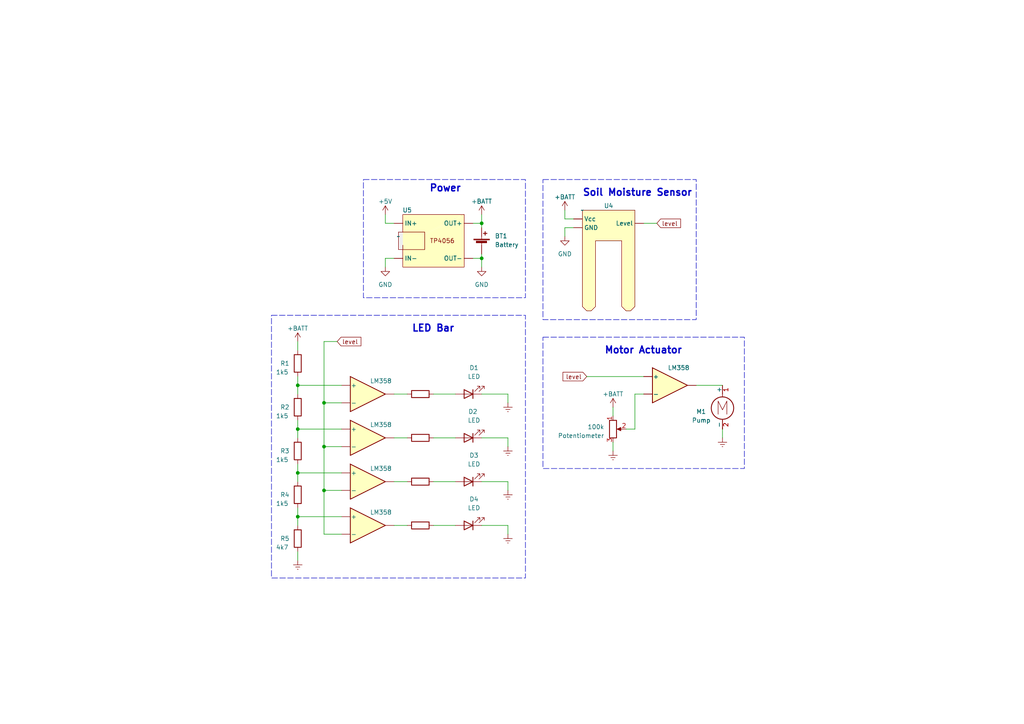
<source format=kicad_sch>
(kicad_sch (version 20230121) (generator eeschema)
  (paper "A4")
  (title_block (title "Auto Garden") (date "2023-06-12") (rev "v0.1") (company "Electronics class - UFCG") (comment 1 "by Jefferson Lopes, Matheus Muller, Moises"))
  (lib_symbols
    (symbol "Amplifier_Operational:LM358" (pin_numbers hide) (pin_names (offset 0.127))
      (property "Reference" "U" (at 0 5.08 0))
      (property "Value" "LM358" (at 0 -5.08 0))
      (symbol "LM358_1_1"
        (polyline (pts (xy -5.08 5.08) (xy 5.08 0) (xy -5.08 -5.08) (xy -5.08 5.08)) (stroke (width 0.254)) (fill (type background)))
        (pin output line (at 7.62 0 180) (length 2.54) (name "~") (number "1"))
        (pin input line (at -7.62 -2.54 0) (length 2.54) (name "-") (number "2"))
        (pin input line (at -7.62 2.54 0) (length 2.54) (name "+") (number "3"))
      )
      (symbol "LM358_2_1"
        (polyline (pts (xy -5.08 5.08) (xy 5.08 0) (xy -5.08 -5.08) (xy -5.08 5.08)) (stroke (width 0.254)) (fill (type background)))
        (pin input line (at -7.62 2.54 0) (length 2.54) (name "+") (number "5"))
        (pin input line (at -7.62 -2.54 0) (length 2.54) (name "-") (number "6"))
        (pin output line (at 7.62 0 180) (length 2.54) (name "~") (number "7"))
      )
      (symbol "LM358_3_1"
        (pin power_in line (at -2.54 -7.62 90) (length 3.81) (name "V-") (number "4"))
        (pin power_in line (at -2.54 7.62 270) (length 3.81) (name "V+") (number "8"))
      )
    )
    (symbol "Device:Battery_Cell" (pin_numbers hide) (pin_names (offset 0) hide)
      (property "Reference" "BT" (at 2.54 2.54 0))
      (property "Value" "Battery_Cell" (at 2.54 0 0))
      (symbol "Battery_Cell_0_1"
        (rectangle (start -2.286 1.778) (end 2.286 1.524) (fill (type outline)))
        (rectangle (start -1.5748 1.1938) (end 1.4732 0.6858) (fill (type outline)))
        (polyline (pts (xy 0 0.762) (xy 0 0)))
        (polyline (pts (xy 0 1.778) (xy 0 2.54)))
        (polyline (pts (xy 0.508 3.429) (xy 1.524 3.429)) (stroke (width 0.254)))
        (polyline (pts (xy 1.016 3.937) (xy 1.016 2.921)) (stroke (width 0.254)))
      )
      (symbol "Battery_Cell_1_1"
        (pin passive line (at 0 5.08 270) (length 2.54) (name "+") (number "1"))
        (pin passive line (at 0 -2.54 90) (length 2.54) (name "-") (number "2"))
      )
    )
    (symbol "Device:LED" (pin_numbers hide) (pin_names (offset 1.016) hide)
      (property "Reference" "D" (at 0 2.54 0))
      (property "Value" "LED" (at 0 -2.54 0))
      (symbol "LED_0_1"
        (polyline (pts (xy -1.27 -1.27) (xy -1.27 1.27)) (stroke (width 0.254)))
        (polyline (pts (xy -1.27 0) (xy 1.27 0)))
        (polyline (pts (xy 1.27 -1.27) (xy 1.27 1.27) (xy -1.27 0) (xy 1.27 -1.27)) (stroke (width 0.254)))
        (polyline (pts (xy -3.048 -0.762) (xy -4.572 -2.286) (xy -3.81 -2.286) (xy -4.572 -2.286) (xy -4.572 -1.524)))
        (polyline (pts (xy -1.778 -0.762) (xy -3.302 -2.286) (xy -2.54 -2.286) (xy -3.302 -2.286) (xy -3.302 -1.524)))
      )
      (symbol "LED_1_1"
        (pin passive line (at -3.81 0 0) (length 2.54) (name "K") (number "1"))
        (pin passive line (at 3.81 0 180) (length 2.54) (name "A") (number "2"))
      )
    )
    (symbol "Device:R" (pin_numbers hide) (pin_names (offset 0))
      (property "Reference" "R" (at 2.032 0 90))
      (property "Value" "R" (at 0 0 90))
      (symbol "R_0_1"
        (rectangle (start -1.016 -2.54) (end 1.016 2.54) (stroke (width 0.254)))
      )
      (symbol "R_1_1"
        (pin passive line (at 0 3.81 270) (length 1.27) (name "~") (number "1"))
        (pin passive line (at 0 -3.81 90) (length 1.27) (name "~") (number "2"))
      )
    )
    (symbol "Device:R_Potentiometer" (pin_names (offset 1.016) hide)
      (property "Reference" "RV" (at -4.445 0 90))
      (property "Value" "R_Potentiometer" (at -2.54 0 90))
      (symbol "R_Potentiometer_0_1"
        (polyline (pts (xy 2.54 0) (xy 1.524 0)))
        (polyline (pts (xy 1.143 0) (xy 2.286 0.508) (xy 2.286 -0.508) (xy 1.143 0)) (fill (type outline)))
        (rectangle (start 1.016 2.54) (end -1.016 -2.54) (stroke (width 0.254)))
      )
      (symbol "R_Potentiometer_1_1"
        (pin passive line (at 0 3.81 270) (length 1.27) (name "1") (number "1"))
        (pin passive line (at 3.81 0 180) (length 1.27) (name "2") (number "2"))
        (pin passive line (at 0 -3.81 90) (length 1.27) (name "3") (number "3"))
      )
    )
    (symbol "LM358_1" (pin_numbers hide) (pin_names (offset 0.127))
      (property "Reference" "U" (at 0 5.08 0))
      (property "Value" "LM358" (at 0 -5.08 0))
      (symbol "LM358_1_1_1"
        (polyline (pts (xy -5.08 5.08) (xy 5.08 0) (xy -5.08 -5.08) (xy -5.08 5.08)) (stroke (width 0.254)) (fill (type background)))
        (pin output line (at 7.62 0 180) (length 2.54) (name "~") (number "1"))
        (pin input line (at -7.62 -2.54 0) (length 2.54) (name "-") (number "2"))
        (pin input line (at -7.62 2.54 0) (length 2.54) (name "+") (number "3"))
      )
      (symbol "LM358_1_2_1"
        (polyline (pts (xy -5.08 5.08) (xy 5.08 0) (xy -5.08 -5.08) (xy -5.08 5.08)) (stroke (width 0.254)) (fill (type background)))
        (pin input line (at -7.62 2.54 0) (length 2.54) (name "+") (number "5"))
        (pin input line (at -7.62 -2.54 0) (length 2.54) (name "-") (number "6"))
        (pin output line (at 7.62 0 180) (length 2.54) (name "~") (number "7"))
      )
      (symbol "LM358_1_3_1"
        (pin power_in line (at -2.54 -7.62 90) (length 3.81) (name "V-") (number "4"))
        (pin power_in line (at -2.54 7.62 270) (length 3.81) (name "V+") (number "8"))
      )
    )
    (symbol "LM358_2" (pin_numbers hide) (pin_names (offset 0.127))
      (property "Reference" "U" (at 0 5.08 0))
      (property "Value" "LM358" (at 0 -5.08 0))
      (symbol "LM358_2_1_1"
        (polyline (pts (xy -5.08 5.08) (xy 5.08 0) (xy -5.08 -5.08) (xy -5.08 5.08)) (stroke (width 0.254)) (fill (type background)))
        (pin output line (at 7.62 0 180) (length 2.54) (name "~") (number "1"))
        (pin input line (at -7.62 -2.54 0) (length 2.54) (name "-") (number "2"))
        (pin input line (at -7.62 2.54 0) (length 2.54) (name "+") (number "3"))
      )
      (symbol "LM358_2_2_1"
        (polyline (pts (xy -5.08 5.08) (xy 5.08 0) (xy -5.08 -5.08) (xy -5.08 5.08)) (stroke (width 0.254)) (fill (type background)))
        (pin input line (at -7.62 2.54 0) (length 2.54) (name "+") (number "5"))
        (pin input line (at -7.62 -2.54 0) (length 2.54) (name "-") (number "6"))
        (pin output line (at 7.62 0 180) (length 2.54) (name "~") (number "7"))
      )
      (symbol "LM358_2_3_1"
        (pin power_in line (at -2.54 -7.62 90) (length 3.81) (name "V-") (number "4"))
        (pin power_in line (at -2.54 7.62 270) (length 3.81) (name "V+") (number "8"))
      )
    )
    (symbol "LM358_3" (pin_numbers hide) (pin_names (offset 0.127))
      (property "Reference" "U" (at 0 5.08 0))
      (property "Value" "LM358" (at 0 -5.08 0))
      (symbol "LM358_3_1_1"
        (polyline (pts (xy -5.08 5.08) (xy 5.08 0) (xy -5.08 -5.08) (xy -5.08 5.08)) (stroke (width 0.254)) (fill (type background)))
        (pin output line (at 7.62 0 180) (length 2.54) (name "~") (number "1"))
        (pin input line (at -7.62 -2.54 0) (length 2.54) (name "-") (number "2"))
        (pin input line (at -7.62 2.54 0) (length 2.54) (name "+") (number "3"))
      )
      (symbol "LM358_3_2_1"
        (polyline (pts (xy -5.08 5.08) (xy 5.08 0) (xy -5.08 -5.08) (xy -5.08 5.08)) (stroke (width 0.254)) (fill (type background)))
        (pin input line (at -7.62 2.54 0) (length 2.54) (name "+") (number "5"))
        (pin input line (at -7.62 -2.54 0) (length 2.54) (name "-") (number "6"))
        (pin output line (at 7.62 0 180) (length 2.54) (name "~") (number "7"))
      )
      (symbol "LM358_3_3_1"
        (pin power_in line (at -2.54 -7.62 90) (length 3.81) (name "V-") (number "4"))
        (pin power_in line (at -2.54 7.62 270) (length 3.81) (name "V+") (number "8"))
      )
    )
    (symbol "LM358_4" (pin_numbers hide) (pin_names (offset 0.127))
      (property "Reference" "U" (at 0 5.08 0))
      (property "Value" "LM358" (at 0 -5.08 0))
      (symbol "LM358_4_1_1"
        (polyline (pts (xy -5.08 5.08) (xy 5.08 0) (xy -5.08 -5.08) (xy -5.08 5.08)) (stroke (width 0.254)) (fill (type background)))
        (pin output line (at 7.62 0 180) (length 2.54) (name "~") (number "1"))
        (pin input line (at -7.62 -2.54 0) (length 2.54) (name "-") (number "2"))
        (pin input line (at -7.62 2.54 0) (length 2.54) (name "+") (number "3"))
      )
      (symbol "LM358_4_2_1"
        (polyline (pts (xy -5.08 5.08) (xy 5.08 0) (xy -5.08 -5.08) (xy -5.08 5.08)) (stroke (width 0.254)) (fill (type background)))
        (pin input line (at -7.62 2.54 0) (length 2.54) (name "+") (number "5"))
        (pin input line (at -7.62 -2.54 0) (length 2.54) (name "-") (number "6"))
        (pin output line (at 7.62 0 180) (length 2.54) (name "~") (number "7"))
      )
      (symbol "LM358_4_3_1"
        (pin power_in line (at -2.54 -7.62 90) (length 3.81) (name "V-") (number "4"))
        (pin power_in line (at -2.54 7.62 270) (length 3.81) (name "V+") (number "8"))
      )
    )
    (symbol "Motor:Motor_DC" (pin_names (offset 0))
      (property "Reference" "M" (at 2.54 2.54 0))
      (property "Value" "Motor_DC" (at 2.54 -5.08 0))
      (symbol "Motor_DC_0_0"
        (polyline (pts (xy -1.27 -3.302) (xy -1.27 0.508) (xy 0 -2.032) (xy 1.27 0.508) (xy 1.27 -3.302)))
      )
      (symbol "Motor_DC_0_1"
        (circle (center 0 -1.524) (radius 3.2512) (stroke (width 0.254)))
        (polyline (pts (xy 0 -7.62) (xy 0 -7.112)))
        (polyline (pts (xy 0 -4.7752) (xy 0 -5.1816)))
        (polyline (pts (xy 0 1.7272) (xy 0 2.0828)))
        (polyline (pts (xy 0 2.032) (xy 0 2.54)))
      )
      (symbol "Motor_DC_1_1"
        (pin passive line (at 0 5.08 270) (length 2.54) (name "+") (number "1"))
        (pin passive line (at 0 -7.62 90) (length 2.54) (name "-") (number "2"))
      )
    )
    (symbol "power:+5V" (power) (pin_names (offset 0))
      (property "Value" "+5V" (at 0 3.556 0))
      (symbol "+5V_0_1"
        (polyline (pts (xy -0.762 1.27) (xy 0 2.54)))
        (polyline (pts (xy 0 0) (xy 0 2.54)))
        (polyline (pts (xy 0 2.54) (xy 0.762 1.27)))
      )
      (symbol "+5V_1_1"
        (pin power_in line (at 0 0 90) (length 0) hide (name "+5V") (number "1"))
      )
    )
    (symbol "power:+BATT" (power) (pin_names (offset 0))
      (property "Value" "+BATT" (at 0 3.556 0))
      (symbol "+BATT_0_1"
        (polyline (pts (xy -0.762 1.27) (xy 0 2.54)))
        (polyline (pts (xy 0 0) (xy 0 2.54)))
        (polyline (pts (xy 0 2.54) (xy 0.762 1.27)))
      )
      (symbol "+BATT_1_1"
        (pin power_in line (at 0 0 90) (length 0) hide (name "+BATT") (number "1"))
      )
    )
    (symbol "power:Earth" (power) (pin_names (offset 0))
      (symbol "Earth_0_1"
        (polyline (pts (xy -0.635 -1.905) (xy 0.635 -1.905)))
        (polyline (pts (xy -0.127 -2.54) (xy 0.127 -2.54)))
        (polyline (pts (xy 0 -1.27) (xy 0 0)))
        (polyline (pts (xy 1.27 -1.27) (xy -1.27 -1.27)))
      )
      (symbol "Earth_1_1"
        (pin power_in line (at 0 0 270) (length 0) hide (name "Earth") (number "1"))
      )
    )
    (symbol "power:GND" (power) (pin_names (offset 0))
      (property "Value" "GND" (at 0 -3.81 0))
      (symbol "GND_0_1"
        (polyline (pts (xy 0 0) (xy 0 -1.27) (xy 1.27 -1.27) (xy 0 -2.54) (xy -1.27 -1.27) (xy 0 -1.27)))
      )
      (symbol "GND_1_1"
        (pin power_in line (at 0 0 270) (length 0) hide (name "GND") (number "1"))
      )
    )
    (symbol "power_charger:TP4056"
      (property "Reference" "U" (at -6.35 8.89 0))
      (symbol "TP4056_1_1"
        (rectangle (start -10.16 2.54) (end -2.54 -2.54) (fill (type color) (color 239 239 239 1)))
        (polyline (pts (xy -8.89 -1.27) (xy -8.89 7.62) (xy 8.89 7.62)) (stroke (width -0.0001)) (fill (type background)))
        (polyline (pts (xy -8.89 2.54) (xy -8.89 7.62) (xy 8.89 7.62)))
        (polyline (pts (xy -8.89 -1.27) (xy -8.89 -7.62) (xy 8.89 -7.62) (xy 8.89 7.62)) (fill (type background)))
        (text "TP4056" (at 2.54 0 0) (effects (font (size 1.27 1.27))))
        (pin power_in line (at -11.43 5.08 0) (length 2.54) (name "IN+") (number ""))
        (pin power_in line (at -11.43 -5.08 0) (length 2.54) (name "IN-") (number ""))
        (pin power_out line (at 11.43 5.08 180) (length 2.54) (name "OUT+") (number ""))
        (pin power_out line (at 11.43 -5.08 180) (length 2.54) (name "OUT-") (number ""))
      )
    )
    (symbol "soil_moisture:sensor"
      (property "Reference" "U" (at 0 0 0))
      (symbol "sensor_1_1"
        (polyline (pts (xy 0 0) (xy 0 -27.94) (xy 1.27 -29.21) (xy 2.54 -29.21) (xy 3.81 -27.94) (xy 3.81 -8.89) (xy 11.43 -8.89) (xy 11.43 -27.94) (xy 12.7 -29.21) (xy 13.97 -29.21) (xy 15.24 -27.94) (xy 15.24 0) (xy 0 0)) (fill (type background)))
        (pin power_in line (at -2.54 -5.08 0) (length 2.54) (name "GND") (number ""))
        (pin output line (at 17.78 -3.81 180) (length 2.54) (name "Level") (number ""))
        (pin power_in line (at -2.54 -2.54 0) (length 2.54) (name "Vcc") (number ""))
      )
    )
  )
  (junction (at 93.98 129.54))
  (junction (at 86.36 111.76))
  (junction (at 93.98 142.24))
  (junction (at 86.36 149.86))
  (junction (at 139.7 64.77))
  (junction (at 139.7 74.93))
  (junction (at 86.36 124.46))
  (junction (at 86.36 137.16))
  (junction (at 93.98 116.84))
  (wire (pts (xy 93.98 129.54) (xy 93.98 142.24)))
  (wire (pts (xy 99.06 137.16) (xy 86.36 137.16)))
  (wire (pts (xy 209.55 124.46) (xy 209.55 127)))
  (wire (pts (xy 111.76 64.77) (xy 114.3 64.77)))
  (wire (pts (xy 177.8 128.27) (xy 177.8 130.81)))
  (wire (pts (xy 86.36 111.76) (xy 99.06 111.76)))
  (wire (pts (xy 139.7 74.93) (xy 137.16 74.93)))
  (wire (pts (xy 86.36 160.02) (xy 86.36 162.56)))
  (wire (pts (xy 114.3 114.3) (xy 118.11 114.3)))
  (wire (pts (xy 163.83 60.96) (xy 163.83 63.5)))
  (wire (pts (xy 114.3 127) (xy 118.11 127)))
  (wire (pts (xy 163.83 68.58) (xy 163.83 66.04)))
  (wire (pts (xy 93.98 129.54) (xy 99.06 129.54)))
  (wire (pts (xy 125.73 127) (xy 132.08 127)))
  (wire (pts (xy 86.36 121.92) (xy 86.36 124.46)))
  (wire (pts (xy 86.36 137.16) (xy 86.36 139.7)))
  (wire (pts (xy 147.32 152.4) (xy 147.32 154.94)))
  (wire (pts (xy 147.32 116.84) (xy 147.32 114.3)))
  (wire (pts (xy 147.32 114.3) (xy 139.7 114.3)))
  (wire (pts (xy 93.98 116.84) (xy 99.06 116.84)))
  (wire (pts (xy 86.36 147.32) (xy 86.36 149.86)))
  (wire (pts (xy 147.32 139.7) (xy 139.7 139.7)))
  (wire (pts (xy 86.36 124.46) (xy 86.36 127)))
  (wire (pts (xy 186.69 64.77) (xy 190.5 64.77)))
  (wire (pts (xy 181.61 124.46) (xy 184.15 124.46)))
  (wire (pts (xy 139.7 64.77) (xy 139.7 66.04)))
  (wire (pts (xy 86.36 109.22) (xy 86.36 111.76)))
  (wire (pts (xy 163.83 63.5) (xy 166.37 63.5)))
  (wire (pts (xy 125.73 152.4) (xy 132.08 152.4)))
  (wire (pts (xy 114.3 152.4) (xy 118.11 152.4)))
  (wire (pts (xy 111.76 77.47) (xy 111.76 74.93)))
  (wire (pts (xy 139.7 74.93) (xy 139.7 77.47)))
  (wire (pts (xy 111.76 74.93) (xy 114.3 74.93)))
  (wire (pts (xy 139.7 73.66) (xy 139.7 74.93)))
  (wire (pts (xy 114.3 139.7) (xy 118.11 139.7)))
  (wire (pts (xy 86.36 124.46) (xy 99.06 124.46)))
  (wire (pts (xy 111.76 62.23) (xy 111.76 64.77)))
  (wire (pts (xy 93.98 142.24) (xy 93.98 154.94)))
  (wire (pts (xy 93.98 142.24) (xy 99.06 142.24)))
  (wire (pts (xy 170.18 109.22) (xy 186.69 109.22)))
  (wire (pts (xy 201.93 111.76) (xy 209.55 111.76)))
  (wire (pts (xy 147.32 129.54) (xy 147.32 127)))
  (wire (pts (xy 93.98 99.06) (xy 97.79 99.06)))
  (wire (pts (xy 86.36 149.86) (xy 99.06 149.86)))
  (wire (pts (xy 93.98 99.06) (xy 93.98 116.84)))
  (wire (pts (xy 147.32 127) (xy 139.7 127)))
  (wire (pts (xy 184.15 124.46) (xy 184.15 114.3)))
  (wire (pts (xy 137.16 64.77) (xy 139.7 64.77)))
  (wire (pts (xy 93.98 116.84) (xy 93.98 129.54)))
  (wire (pts (xy 86.36 134.62) (xy 86.36 137.16)))
  (wire (pts (xy 177.8 118.11) (xy 177.8 120.65)))
  (wire (pts (xy 139.7 62.23) (xy 139.7 64.77)))
  (wire (pts (xy 139.7 152.4) (xy 147.32 152.4)))
  (wire (pts (xy 99.06 154.94) (xy 93.98 154.94)))
  (wire (pts (xy 163.83 66.04) (xy 166.37 66.04)))
  (wire (pts (xy 186.69 114.3) (xy 184.15 114.3)))
  (wire (pts (xy 147.32 142.24) (xy 147.32 139.7)))
  (wire (pts (xy 86.36 149.86) (xy 86.36 152.4)))
  (wire (pts (xy 86.36 111.76) (xy 86.36 114.3)))
  (wire (pts (xy 86.36 99.06) (xy 86.36 101.6)))
  (wire (pts (xy 125.73 139.7) (xy 132.08 139.7)))
  (wire (pts (xy 125.73 114.3) (xy 132.08 114.3)))
  (rectangle (start 157.48 52.07) (end 201.93 92.71) (stroke (width 0) (type dash)))
  (rectangle (start 157.48 97.79) (end 215.9 135.89) (stroke (width 0) (type dash)))
  (rectangle (start 78.74 91.44) (end 152.4 167.64) (stroke (width 0) (type dash)))
  (rectangle (start 105.41 52.07) (end 152.4 86.36) (stroke (width 0) (type dash)))
  (text "Power" (at 124.46 55.88 0) (effects (font (size 2 2) (thickness 0.4) bold) (justify left bottom)))
  (text "LED Bar" (at 119.38 96.52 0) (effects (font (size 2 2) (thickness 0.4) bold) (justify left bottom)))
  (text "Motor Actuator" (at 175.26 102.87 0) (effects (font (size 2 2) (thickness 0.4) bold) (justify left bottom)))
  (text "Soil Moisture Sensor" (at 168.91 57.15 0) (effects (font (size 2 2) (thickness 0.4) bold) (justify left bottom)))
  (global_label "level" (shape input) (at 190.5 64.77 0) (property "Intersheetrefs" "${INTERSHEET_REFS}" (effects hide)))
  (global_label "level" (shape input) (at 170.18 109.22 180) (property "Intersheetrefs" "${INTERSHEET_REFS}" (effects hide)))
  (global_label "level" (shape input) (at 97.79 99.06 0) (property "Intersheetrefs" "${INTERSHEET_REFS}" (effects hide)))
  (symbol (lib_id "Device:R") (at 86.36 156.21 0) (unit 1)
    (property "Reference" "R5" (at 81.28 156.21 0) (effects (justify left)))
    (property "Value" "4k7" (at 80.01 158.75 0) (effects (justify left)))
  )
  (symbol (lib_id "Amplifier_Operational:LM358") (at 106.68 152.4 0) (unit 2)
    (property "Reference" "U3" (effects hide))
    (property "Value" "LM358" (at 110.49 148.59 0))
    (property "Datasheet" "http://www.ti.com/lit/ds/symlink/lm2904-n.pdf" (effects hide))
  )
  (symbol (lib_id "soil_moisture:sensor") (at 168.91 60.96 0) (unit 1)
    (property "Reference" "U4" (at 176.53 59.69 0))
    (property "Value" "~" (at 168.91 60.96 0))
  )
  (symbol (lib_id "Device:R") (at 121.92 152.4 90) (unit 1)
    (property "Reference" "R10" (effects hide))
    (property "Value" "R" (effects hide))
  )
  (symbol (lib_id "Device:R") (at 86.36 118.11 0) (unit 1)
    (property "Reference" "R2" (at 81.28 118.11 0) (effects (justify left)))
    (property "Value" "1k5" (at 80.01 120.65 0) (effects (justify left)))
  )
  (symbol (lib_id "power:Earth") (at 147.32 142.24 0) (unit 1)
    (property "Reference" "#PWR07" (effects hide))
    (property "Value" "Earth" (effects hide))
  )
  (symbol (lib_id "power:Earth") (at 147.32 154.94 0) (unit 1)
    (property "Reference" "#PWR08" (effects hide))
    (property "Value" "Earth" (effects hide))
  )
  (symbol (lib_id "power:GND") (at 163.83 68.58 0) (unit 1)
    (property "Reference" "#PWR014" (effects hide))
    (property "Value" "GND" (at 163.83 73.66 0))
  )
  (symbol (lib_id "power_charger:TP4056") (at 125.73 69.85 0) (unit 1)
    (property "Reference" "U5" (at 118.11 60.96 0))
    (property "Value" "~" (at 115.57 68.58 0))
  )
  (symbol (lib_id "power:GND") (at 111.76 77.47 0) (unit 1)
    (property "Reference" "#PWR09" (effects hide))
    (property "Value" "GND" (at 111.76 82.55 0))
  )
  (symbol (lib_id "Device:R") (at 121.92 114.3 90) (unit 1)
    (property "Reference" "R7" (effects hide))
    (property "Value" "R" (effects hide))
  )
  (symbol (lib_id "Device:LED") (at 135.89 152.4 180) (unit 1)
    (property "Reference" "D4" (at 137.4775 144.78 0))
    (property "Value" "LED" (at 137.4775 147.32 0))
  )
  (symbol (lib_id "Device:LED") (at 135.89 127 180) (unit 1)
    (property "Reference" "D2" (at 137.16 119.38 0))
    (property "Value" "LED" (at 137.4775 121.92 0))
  )
  (symbol (lib_id "power:Earth") (at 177.8 130.81 0) (unit 1)
    (property "Reference" "#PWR01" (effects hide))
    (property "Value" "Earth" (effects hide))
  )
  (symbol (lib_id "Device:Battery_Cell") (at 139.7 71.12 0) (unit 1)
    (property "Reference" "BT1" (at 143.51 68.453 0) (effects (justify left)))
    (property "Value" "Battery" (at 143.51 70.993 0) (effects (justify left)))
  )
  (symbol (lib_id "power:+BATT") (at 139.7 62.23 0) (unit 1)
    (property "Reference" "#PWR011" (effects hide))
    (property "Value" "+BATT" (at 139.7 58.42 0))
  )
  (symbol (lib_id "power:+BATT") (at 163.83 60.96 0) (unit 1)
    (property "Reference" "#PWR013" (effects hide))
    (property "Value" "+BATT" (at 163.83 57.15 0))
  )
  (symbol (lib_id "power:Earth") (at 86.36 162.56 0) (unit 1)
    (property "Reference" "#PWR04" (effects hide))
    (property "Value" "Earth" (effects hide))
  )
  (symbol (lib_id "Device:R") (at 86.36 143.51 0) (unit 1)
    (property "Reference" "R4" (at 81.28 143.51 0) (effects (justify left)))
    (property "Value" "1k5" (at 80.01 146.05 0) (effects (justify left)))
  )
  (symbol (lib_id "power:Earth") (at 147.32 129.54 0) (unit 1)
    (property "Reference" "#PWR06" (effects hide))
    (property "Value" "Earth" (effects hide))
  )
  (symbol (lib_id "Device:LED") (at 135.89 139.7 180) (unit 1)
    (property "Reference" "D3" (at 137.4775 132.08 0))
    (property "Value" "LED" (at 137.4775 134.62 0))
  )
  (symbol (lib_name "LM358_4") (lib_id "Amplifier_Operational:LM358") (at 106.68 139.7 0) (unit 2)
    (property "Reference" "U1" (effects hide))
    (property "Value" "LM358" (at 110.49 135.89 0))
    (property "Datasheet" "http://www.ti.com/lit/ds/symlink/lm2904-n.pdf" (effects hide))
  )
  (symbol (lib_name "LM358_2") (lib_id "Amplifier_Operational:LM358") (at 106.68 114.3 0) (unit 1)
    (property "Reference" "U2" (effects hide))
    (property "Value" "LM358" (at 110.49 110.49 0))
    (property "Datasheet" "http://www.ti.com/lit/ds/symlink/lm2904-n.pdf" (effects hide))
  )
  (symbol (lib_id "power:+BATT") (at 177.8 118.11 0) (unit 1)
    (property "Reference" "#PWR02" (effects hide))
    (property "Value" "+BATT" (at 177.8 114.3 0))
  )
  (symbol (lib_id "power:Earth") (at 147.32 116.84 0) (unit 1)
    (property "Reference" "#PWR05" (effects hide))
    (property "Value" "Earth" (effects hide))
  )
  (symbol (lib_id "Device:R") (at 121.92 139.7 90) (unit 1)
    (property "Reference" "R9" (effects hide))
    (property "Value" "R" (effects hide))
  )
  (symbol (lib_id "power:GND") (at 139.7 77.47 0) (unit 1)
    (property "Reference" "#PWR012" (effects hide))
    (property "Value" "GND" (at 139.7 82.55 0))
  )
  (symbol (lib_id "Device:R") (at 86.36 130.81 0) (unit 1)
    (property "Reference" "R3" (at 81.28 130.81 0) (effects (justify left)))
    (property "Value" "1k5" (at 80.01 133.35 0) (effects (justify left)))
  )
  (symbol (lib_id "Motor:Motor_DC") (at 209.55 116.84 0) (unit 1)
    (property "Reference" "M1" (at 201.93 119.38 0) (effects (justify left)))
    (property "Value" "Pump" (at 200.66 121.92 0) (effects (justify left)))
  )
  (symbol (lib_name "LM358_1") (lib_id "Amplifier_Operational:LM358") (at 194.31 111.76 0) (unit 1)
    (property "Reference" "U1" (effects hide))
    (property "Value" "LM358" (at 196.85 106.68 0))
    (property "Datasheet" "http://www.ti.com/lit/ds/symlink/lm2904-n.pdf" (effects hide))
  )
  (symbol (lib_name "LM358_3") (lib_id "Amplifier_Operational:LM358") (at 106.68 127 0) (unit 2)
    (property "Reference" "U2" (effects hide))
    (property "Value" "LM358" (at 110.49 123.19 0))
    (property "Datasheet" "http://www.ti.com/lit/ds/symlink/lm2904-n.pdf" (effects hide))
  )
  (symbol (lib_id "Device:LED") (at 135.89 114.3 180) (unit 1)
    (property "Reference" "D1" (at 137.4775 106.68 0))
    (property "Value" "LED" (at 137.4775 109.22 0))
  )
  (symbol (lib_id "power:Earth") (at 209.55 127 0) (unit 1)
    (property "Reference" "#PWR03" (effects hide))
    (property "Value" "Earth" (effects hide))
  )
  (symbol (lib_id "power:+BATT") (at 86.36 99.06 0) (unit 1)
    (property "Reference" "#PWR015" (effects hide))
    (property "Value" "+BATT" (at 86.36 95.25 0))
  )
  (symbol (lib_id "Device:R") (at 121.92 127 90) (unit 1)
    (property "Reference" "R8" (effects hide))
    (property "Value" "R" (effects hide))
  )
  (symbol (lib_id "Device:R") (at 86.36 105.41 0) (unit 1)
    (property "Reference" "R1" (at 81.28 105.41 0) (effects (justify left)))
    (property "Value" "1k5" (at 80.01 107.95 0) (effects (justify left)))
  )
  (symbol (lib_id "Device:R_Potentiometer") (at 177.8 124.46 0) (unit 1)
    (property "Reference" "100k" (at 175.26 123.825 0) (effects (justify right)))
    (property "Value" "Potentiometer" (at 175.26 126.365 0) (effects (justify right)))
  )
  (symbol (lib_id "power:+5V") (at 111.76 62.23 0) (unit 1)
    (property "Reference" "#PWR010" (effects hide))
    (property "Value" "+5V" (at 111.76 58.42 0))
  )
)
</source>
